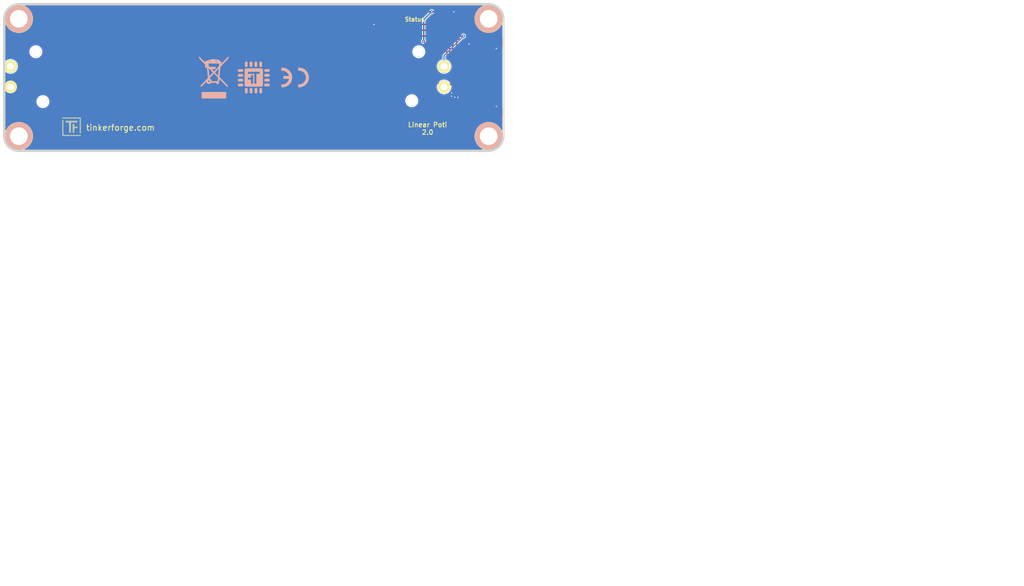
<source format=kicad_pcb>
(kicad_pcb (version 20221018) (generator pcbnew)
  (title_block (title "Linear Poti Bricklet") (date "2018-06-22") (rev "2.0") (company "Tinkerforge GmbH") (comment 1 "Licensed under CERN OHL v.1.1") (comment 2 "Copyright (©) 2018, L.Lauer <lukas@tinkerforge.com>"))
  (layers (0 "F.Cu" power "Vorderseite") (31 "B.Cu" signal "Rückseite") (34 "B.Paste" user) (35 "F.Paste" user) (36 "B.SilkS" user "B.Silkscreen") (37 "F.SilkS" user "F.Silkscreen") (38 "B.Mask" user) (39 "F.Mask" user) (44 "Edge.Cuts" user))
  (net 0 "")
  (net 1 "GND")
  (net 2 "IN_1")
  (net 3 "VCC")
  (net 4 "Net-(C1-Pad1)")
  (net 5 "Net-(D1-Pad2)")
  (net 6 "Net-(P1-Pad4)")
  (net 7 "Net-(P1-Pad5)")
  (net 8 "Net-(P1-Pad6)")
  (net 9 "Net-(P2-Pad1)")
  (net 10 "Net-(P3-Pad2)")
  (net 11 "Net-(R3-Pad1)")
  (net 12 "S-MISO")
  (net 13 "S-MOSI")
  (net 14 "S-CLK")
  (net 15 "S-CS")
  (footprint "kicad-libraries:F6005N" (layer "F.Cu") (at 147.5 78.86 180)
    (fp_text reference "RV1")
    (fp_text value "F6005N")
    (pad "" thru_hole circle (at -32.6009 4.24942 180) (size 1.69926 1.69926) (drill 1.69926) (layers "*.Cu" "*.Mask" "F.SilkS"))
    (pad "" thru_hole circle (at -31.39948 -4.09956 180) (size 1.69926 1.69926) (drill 1.69926) (layers "*.Cu" "*.Mask" "F.SilkS"))
    (pad "" thru_hole circle (at 31.39948 -4.24942 180) (size 1.69926 1.69926) (drill 1.69926) (layers "*.Cu" "*.Mask" "F.SilkS"))
    (pad "" thru_hole circle (at 32.6009 4.24942 180) (size 1.69926 1.69926) (drill 1.69926) (layers "*.Cu" "*.Mask" "F.SilkS"))
    (pad "" thru_hole circle (at 36.90112 1.75006 180) (size 2.19964 2.19964) (drill 1.19888) (layers "*.Cu" "*.Mask" "F.SilkS"))
    (pad "1" thru_hole circle (at -36.90112 -1.75006 180) (size 2.19964 2.19964) (drill 1.19888) (layers "*.Cu" "*.Mask" "F.SilkS") (net 3 "VCC"))
    (pad "2" thru_hole circle (at -36.90112 1.75006 180) (size 2.19964 2.19964) (drill 1.19888) (layers "*.Cu" "*.Mask" "F.SilkS") (net 2 "IN_1"))
    (pad "3" thru_hole circle (at 36.90112 -1.75006 180) (size 2.19964 2.19964) (drill 1.19888) (layers "*.Cu" "*.Mask" "F.SilkS") (net 1 "GND"))
  )
  (footprint "Logo_31x31" (layer "F.Cu") (at 119.40032 85.80374)
    (fp_text reference "Ref**" hide)
    (fp_text value "Val**" hide)
  )
  (footprint "Fiducial_Mark" (layer "F.Cu") (at 187.95238 67.97548)
    (fp_text reference "Fiducial_Mark" hide)
    (fp_text value "VAL**" hide)
    (pad "1" smd circle (at 0 0) (size 1.00076 1.00076) (layers "F.Cu" "F.Mask") (clearance 0.65024))
  )
  (footprint "Fiducial_Mark" (layer "F.Cu") (at 115.951 89.6747)
    (fp_text reference "Fiducial_Mark" hide)
    (fp_text value "VAL**" hide)
    (pad "1" smd circle (at 0 0) (size 1.00076 1.00076) (layers "F.Cu" "F.Mask") (clearance 0.65024))
  )
  (footprint "kicad-libraries:C0402F" (layer "F.Cu") (at 189.3 73.8 90)
    (fp_text reference "C1")
    (fp_text value "220pF")
    (pad "1" smd rect (at -0.5 0 90) (size 0.6 0.7) (layers "F.Cu" "F.Paste" "F.Mask") (net 4 "Net-(C1-Pad1)"))
    (pad "2" smd rect (at 0.5 0 90) (size 0.6 0.7) (layers "F.Cu" "F.Paste" "F.Mask") (net 1 "GND"))
  )
  (footprint "kicad-libraries:C0805" (layer "F.Cu") (at 187.9 80.9 -90)
    (fp_text reference "C3")
    (fp_text value "10uF")
    (pad "1" smd rect (at -1.00076 0 270) (size 1.00076 1.24968) (layers "F.Cu" "F.Paste" "F.Mask") (net 3 "VCC") (clearance 0.14986))
    (pad "2" smd rect (at 1.00076 0 270) (size 1.00076 1.24968) (layers "F.Cu" "F.Paste" "F.Mask") (net 1 "GND") (clearance 0.14986))
  )
  (footprint "kicad-libraries:C0603F" (layer "F.Cu") (at 186.4 80.9 -90)
    (fp_text reference "C4")
    (fp_text value "1uF")
    (pad "1" smd rect (at -0.75 0 270) (size 0.9 0.9) (layers "F.Cu" "F.Paste" "F.Mask") (net 3 "VCC"))
    (pad "2" smd rect (at 0.75 0 270) (size 0.9 0.9) (layers "F.Cu" "F.Paste" "F.Mask") (net 1 "GND"))
  )
  (footprint "kicad-libraries:C0603F" (layer "F.Cu") (at 184.6 67.8)
    (fp_text reference "C5")
    (fp_text value "100nF")
    (pad "1" smd rect (at -0.75 0) (size 0.9 0.9) (layers "F.Cu" "F.Paste" "F.Mask") (net 3 "VCC"))
    (pad "2" smd rect (at 0.75 0) (size 0.9 0.9) (layers "F.Cu" "F.Paste" "F.Mask") (net 1 "GND"))
  )
  (footprint "kicad-libraries:D0603F" (layer "F.Cu") (at 179.4 67.8 180)
    (fp_text reference "D1")
    (fp_text value "blue")
    (pad "1" smd rect (at -0.75 0 180) (size 0.9 0.9) (layers "F.Cu" "F.Paste" "F.Mask") (net 3 "VCC"))
    (pad "2" smd rect (at 0.75 0 180) (size 0.9 0.9) (layers "F.Cu" "F.Paste" "F.Mask") (net 5 "Net-(D1-Pad2)"))
  )
  (footprint "kicad-libraries:CON-SENSOR2" (layer "F.Cu") (at 194.5 79 90)
    (fp_text reference "P1")
    (fp_text value "CON-SENSOR2")
    (pad "1" smd rect (at -3.75 -4.6 90) (size 0.6 1.8) (layers "F.Cu" "F.Paste" "F.Mask"))
    (pad "2" smd rect (at -2.5 -4.6 90) (size 0.6 1.8) (layers "F.Cu" "F.Paste" "F.Mask") (net 1 "GND"))
    (pad "3" smd rect (at -1.25 -4.6 90) (size 0.6 1.8) (layers "F.Cu" "F.Paste" "F.Mask") (net 3 "VCC"))
    (pad "4" smd rect (at 0 -4.6 90) (size 0.6 1.8) (layers "F.Cu" "F.Paste" "F.Mask") (net 6 "Net-(P1-Pad4)"))
    (pad "5" smd rect (at 1.25 -4.6 90) (size 0.6 1.8) (layers "F.Cu" "F.Paste" "F.Mask") (net 7 "Net-(P1-Pad5)"))
    (pad "6" smd rect (at 2.5 -4.6 90) (size 0.6 1.8) (layers "F.Cu" "F.Paste" "F.Mask") (net 8 "Net-(P1-Pad6)"))
    (pad "7" smd rect (at 3.75 -4.6 90) (size 0.6 1.8) (layers "F.Cu" "F.Paste" "F.Mask") (net 4 "Net-(C1-Pad1)"))
    (pad "EP" smd rect (at -5.9 -1.2 90) (size 1.4 2.4) (layers "F.Cu" "F.Paste" "F.Mask") (net 1 "GND"))
    (pad "EP" smd rect (at 5.9 -1.2 90) (size 1.4 2.4) (layers "F.Cu" "F.Paste" "F.Mask") (net 1 "GND"))
  )
  (footprint "kicad-libraries:DEBUG_PAD" (layer "F.Cu") (at 179.42 70.88)
    (fp_text reference "P2")
    (fp_text value "DEBUG")
    (pad "1" smd circle (at 0 0) (size 0.7 0.7) (layers "F.Cu" "F.Paste" "F.Mask") (net 9 "Net-(P2-Pad1)"))
  )
  (footprint "kicad-libraries:SolderJumper" (layer "F.Cu") (at 172.7 68.99)
    (fp_text reference "P3")
    (fp_text value "BOOT")
    (pad "1" smd rect (at -0.5 0) (size 0.4 1.4) (layers "F.Cu" "F.Mask") (net 1 "GND"))
    (pad "1" smd rect (at -0.225 -0.55) (size 0.95 0.3) (layers "F.Cu" "F.Mask") (net 1 "GND"))
    (pad "1" smd rect (at -0.225 0.55) (size 0.95 0.3) (layers "F.Cu" "F.Mask") (net 1 "GND"))
    (pad "2" smd rect (at 0.15 0) (size 0.6 0.5) (layers "F.Cu" "F.Mask") (net 10 "Net-(P3-Pad2)"))
    (pad "2" smd rect (at 0.55 0) (size 0.3 1.4) (layers "F.Cu" "F.Mask") (net 10 "Net-(P3-Pad2)"))
  )
  (footprint "kicad-libraries:R0603F" (layer "F.Cu") (at 176.4 67.8)
    (fp_text reference "R3")
    (fp_text value "1k")
    (pad "1" smd rect (at -0.75 0) (size 0.9 0.9) (layers "F.Cu" "F.Paste" "F.Mask") (net 11 "Net-(R3-Pad1)"))
    (pad "2" smd rect (at 0.75 0) (size 0.9 0.9) (layers "F.Cu" "F.Paste" "F.Mask") (net 5 "Net-(D1-Pad2)"))
  )
  (footprint "kicad-libraries:4X0402" (layer "F.Cu") (at 187.12 75.22 90)
    (fp_text reference "RP1")
    (fp_text value "82")
    (pad "1" smd rect (at -0.7493 0.575 270) (size 0.29972 0.65) (layers "F.Cu" "F.Paste" "F.Mask") (net 6 "Net-(P1-Pad4)"))
    (pad "2" smd rect (at -0.24892 0.575 270) (size 0.29972 0.65) (layers "F.Cu" "F.Paste" "F.Mask") (net 7 "Net-(P1-Pad5)"))
    (pad "3" smd rect (at 0.24892 0.575 270) (size 0.29972 0.65) (layers "F.Cu" "F.Paste" "F.Mask") (net 8 "Net-(P1-Pad6)"))
    (pad "4" smd rect (at 0.7493 0.575 270) (size 0.29972 0.65) (layers "F.Cu" "F.Paste" "F.Mask") (net 4 "Net-(C1-Pad1)"))
    (pad "5" smd rect (at 0.7493 -0.575 90) (size 0.29972 0.65) (layers "F.Cu" "F.Paste" "F.Mask") (net 12 "S-MISO"))
    (pad "6" smd rect (at 0.24892 -0.575 90) (size 0.29972 0.65) (layers "F.Cu" "F.Paste" "F.Mask") (net 13 "S-MOSI"))
    (pad "7" smd rect (at -0.24892 -0.575 90) (size 0.29972 0.65) (layers "F.Cu" "F.Paste" "F.Mask") (net 14 "S-CLK"))
    (pad "8" smd rect (at -0.7493 -0.575 90) (size 0.29972 0.65) (layers "F.Cu" "F.Paste" "F.Mask") (net 15 "S-CS"))
  )
  (footprint "kicad-libraries:QFN24-4x4mm-0.5mm" (layer "F.Cu") (at 184.6 71.2 180)
    (fp_text reference "U1")
    (fp_text value "XMC1100")
    (pad "1" smd oval (at -2.025 -1.25 180) (size 1 0.3) (layers "F.Cu" "F.Paste" "F.Mask") (net 12 "S-MISO"))
    (pad "2" smd oval (at -2.025 -0.75 180) (size 1 0.3) (layers "F.Cu" "F.Paste" "F.Mask") (net 2 "IN_1"))
    (pad "3" smd oval (at -2.025 -0.25 180) (size 1 0.3) (layers "F.Cu" "F.Paste" "F.Mask"))
    (pad "4" smd oval (at -2.025 0.25 180) (size 1 0.3) (layers "F.Cu" "F.Paste" "F.Mask"))
    (pad "5" smd oval (at -2.025 0.75 180) (size 1 0.3) (layers "F.Cu" "F.Paste" "F.Mask"))
    (pad "6" smd oval (at -2.025 1.25 180) (size 1 0.3) (layers "F.Cu" "F.Paste" "F.Mask"))
    (pad "7" smd oval (at -1.25 2.025 270) (size 1 0.3) (layers "F.Cu" "F.Paste" "F.Mask"))
    (pad "8" smd oval (at -0.75 2.025 270) (size 1 0.3) (layers "F.Cu" "F.Paste" "F.Mask"))
    (pad "9" smd oval (at -0.25 2.025 270) (size 1 0.3) (layers "F.Cu" "F.Paste" "F.Mask") (net 1 "GND"))
    (pad "10" smd oval (at 0.25 2.025 270) (size 1 0.3) (layers "F.Cu" "F.Paste" "F.Mask") (net 3 "VCC"))
    (pad "11" smd oval (at 0.75 2.025 270) (size 1 0.3) (layers "F.Cu" "F.Paste" "F.Mask"))
    (pad "12" smd oval (at 1.25 2.025 270) (size 1 0.3) (layers "F.Cu" "F.Paste" "F.Mask"))
    (pad "13" smd oval (at 2.025 1.25 180) (size 1 0.3) (layers "F.Cu" "F.Paste" "F.Mask") (net 11 "Net-(R3-Pad1)"))
    (pad "14" smd oval (at 2.025 0.75 180) (size 1 0.3) (layers "F.Cu" "F.Paste" "F.Mask"))
    (pad "15" smd oval (at 2.025 0.25 180) (size 1 0.3) (layers "F.Cu" "F.Paste" "F.Mask") (net 9 "Net-(P2-Pad1)"))
    (pad "16" smd oval (at 2.025 -0.25 180) (size 1 0.3) (layers "F.Cu" "F.Paste" "F.Mask"))
    (pad "17" smd oval (at 2.025 -0.75 180) (size 1 0.3) (layers "F.Cu" "F.Paste" "F.Mask") (net 10 "Net-(P3-Pad2)"))
    (pad "18" smd oval (at 2.025 -1.25 180) (size 1 0.3) (layers "F.Cu" "F.Paste" "F.Mask"))
    (pad "19" smd oval (at 1.25 -2.025 270) (size 1 0.3) (layers "F.Cu" "F.Paste" "F.Mask"))
    (pad "20" smd oval (at 0.75 -2.025 270) (size 1 0.3) (layers "F.Cu" "F.Paste" "F.Mask"))
    (pad "21" smd oval (at 0.25 -2.025 270) (size 1 0.3) (layers "F.Cu" "F.Paste" "F.Mask"))
    (pad "22" smd oval (at -0.25 -2.025 270) (size 1 0.3) (layers "F.Cu" "F.Paste" "F.Mask") (net 15 "S-CS"))
    (pad "23" smd oval (at -0.75 -2.025 270) (size 1 0.3) (layers "F.Cu" "F.Paste" "F.Mask") (net 14 "S-CLK"))
    (pad "24" smd oval (at -1.25 -2.025 270) (size 1 0.3) (layers "F.Cu" "F.Paste" "F.Mask") (net 13 "S-MOSI"))
    (pad "EXP" smd rect (at -0.65 -0.65 180) (size 1.3 1.3) (layers "F.Cu" "F.Paste" "F.Mask") (net 1 "GND"))
    (pad "EXP" smd rect (at -0.65 0.65 180) (size 1.3 1.3) (layers "F.Cu" "F.Paste" "F.Mask") (net 1 "GND"))
    (pad "EXP" smd rect (at 0.65 -0.65 180) (size 1.3 1.3) (layers "F.Cu" "F.Paste" "F.Mask") (net 1 "GND"))
    (pad "EXP" smd rect (at 0.65 0.65 180) (size 1.3 1.3) (layers "F.Cu" "F.Paste" "F.Mask") (net 1 "GND"))
  )
  (footprint "kicad-libraries:DRILL_NP" (layer "F.Cu") (at 112 89)
    (fp_text reference "U3" hide)
    (fp_text value "DRILL" hide)
    (pad "" np_thru_hole circle (at 0 0) (size 2.99974 2.99974) (drill 2.99974) (layers "*.Cu" "*.Mask" "F.SilkS") (clearance 0.89916))
  )
  (footprint "kicad-libraries:DRILL_NP" (layer "F.Cu") (at 192 69)
    (fp_text reference "U4" hide)
    (fp_text value "DRILL" hide)
    (pad "" np_thru_hole circle (at 0 0) (size 2.99974 2.99974) (drill 2.99974) (layers "*.Cu" "*.Mask" "F.SilkS") (clearance 0.89916))
  )
  (footprint "kicad-libraries:DRILL_NP" (layer "F.Cu") (at 192 89 90)
    (fp_text reference "U5" hide)
    (fp_text value "DRILL" hide)
    (pad "" np_thru_hole circle (at 0 0 90) (size 2.99974 2.99974) (drill 2.99974) (layers "*.Cu" "*.Mask" "F.SilkS") (clearance 0.89916))
  )
  (footprint "kicad-libraries:DRILL_NP" (layer "F.Cu") (at 112 69)
    (fp_text reference "U6" hide)
    (fp_text value "DRILL" hide)
    (pad "" np_thru_hole circle (at 0 0) (size 2.99974 2.99974) (drill 2.99974) (layers "*.Cu" "*.Mask" "F.SilkS") (clearance 0.89916))
  )
  (footprint "kicad-libraries:WEEE_7mm" (layer "B.Cu") (at 145.2 79 180)
    (fp_text reference "VAL" hide)
    (fp_text value "WEEE_7mm" hide)
  )
  (footprint "kicad-libraries:CE_5mm" (layer "B.Cu") (at 159 79 180)
    (fp_text reference "VAL" hide)
    (fp_text value "CE_5mm" hide)
  )
  (footprint "kicad-libraries:Logo_CoMCU" (layer "B.Cu") (at 152 79 180)
    (fp_text reference "G***" hide)
    (fp_text value "LOGO" hide)
  )
  (gr_arc (start 109.5 69) (mid 110.232233 67.232233) (end 112 66.5) (stroke (width 0.381)) (layer "Edge.Cuts"))
  (gr_line (start 194.5 89) (end 194.5 69) (stroke (width 0.381)) (layer "Edge.Cuts"))
  (gr_line (start 109.5 69) (end 109.5 89) (stroke (width 0.381)) (layer "Edge.Cuts"))
  (gr_arc (start 194.5 89) (mid 193.767767 90.767767) (end 192 91.5) (stroke (width 0.381)) (layer "Edge.Cuts"))
  (gr_line (start 112 91.5) (end 192 91.5) (stroke (width 0.381)) (layer "Edge.Cuts"))
  (gr_arc (start 112 91.5) (mid 110.232233 90.767767) (end 109.5 89) (stroke (width 0.381)) (layer "Edge.Cuts"))
  (gr_line (start 192 66.5) (end 112 66.5) (stroke (width 0.381)) (layer "Edge.Cuts"))
  (gr_arc (start 192 66.5) (mid 193.767767 67.232233) (end 194.5 69) (stroke (width 0.381)) (layer "Edge.Cuts"))
  (gr_text "Linear Poti\n2.0" (at 181.6 87.7) (layer "F.SilkS") (effects (font (size 0.8 0.8))))
  (gr_text "Status" (at 179.4 69.1) (layer "F.SilkS") (effects (font (size 0.7 0.7))))
  (gr_text "tinkerforge.com" (at 129.30124 87.5538) (layer "F.SilkS") (effects (font (size 1.00076 1.00076) (thickness 0.14986))))
  (segment (start 188.9 81.5) (end 188.49924 81.90076) (width 0.55) (layer "F.Cu") (net 1))
  (segment (start 188.49924 81.90076) (end 187.9 81.90076) (width 0.55) (layer "F.Cu") (net 1))
  (segment (start 187.30076 81.90076) (end 187.05 81.65) (width 0.55) (layer "F.Cu") (net 1))
  (segment (start 187.05 81.65) (end 186.4 81.65) (width 0.55) (layer "F.Cu") (net 1))
  (segment (start 185.25 71.85) (end 185.25 70.55) (width 0.55) (layer "F.Cu") (net 1))
  (segment (start 185.25 70.55) (end 183.95 70.55) (width 0.55) (layer "F.Cu") (net 1))
  (segment (start 183.95 70.55) (end 183.95 71.85) (width 0.55) (layer "F.Cu") (net 1))
  (segment (start 184.85 68.58) (end 185.35 68.08) (width 0.25) (layer "F.Cu") (net 1))
  (segment (start 185.35 68.08) (end 185.35 67.8) (width 0.25) (layer "F.Cu") (net 1))
  (segment (start 186.78 82.38) (end 186.4 82) (width 0.55) (layer "F.Cu") (net 1))
  (segment (start 186.4 82.21) (end 186.23 82.38) (width 0.55) (layer "F.Cu") (net 1))
  (segment (start 186.22 81.65) (end 185.68 82.19) (width 0.55) (layer "F.Cu") (net 1))
  (segment (start 185.87 82.38) (end 185.68 82.19) (width 0.55) (layer "F.Cu") (net 1))
  (segment (start 185.7 81.65) (end 185.68 81.63) (width 0.55) (layer "F.Cu") (net 1))
  (segment (start 184.85 70.15) (end 185.25 70.55) (width 0.25) (layer "F.Cu") (net 1))
  (segment (start 172.475 69.975) (end 172.47 69.98) (width 0.25) (layer "F.Cu") (net 1))
  (segment (start 172.38 69.54) (end 172.18 69.34) (width 0.25) (layer "F.Cu") (net 1))
  (segment (start 172.18 69.34) (end 172.18 69.01) (width 0.25) (layer "F.Cu") (net 1))
  (segment (start 172.18 69.01) (end 172.2 68.99) (width 0.25) (layer "F.Cu") (net 1))
  (segment (start 172.2 68.56) (end 172.31 68.45) (width 0.25) (layer "F.Cu") (net 1))
  (segment (start 172.31 68.45) (end 172.55 68.45) (width 0.25) (layer "F.Cu") (net 1))
  (segment (start 172.55 68.45) (end 172.475 68.44) (width 0.25) (layer "F.Cu") (net 1))
  (segment (start 189.3 73.3) (end 188.67 73.3) (width 0.55) (layer "F.Cu") (net 1))
  (segment (start 185.68 82.19) (end 185.68 81.63) (width 0.55) (layer "F.Cu") (net 1))
  (segment (start 172.475 69.54) (end 172.38 69.54) (width 0.25) (layer "F.Cu") (net 1))
  (segment (start 186.23 82.38) (end 186.78 82.38) (width 0.55) (layer "F.Cu") (net 1))
  (segment (start 185.35 67.8) (end 186.08 67.8) (width 0.55) (layer "F.Cu") (net 1))
  (segment (start 172.2 68.99) (end 172.2 68.56) (width 0.25) (layer "F.Cu") (net 1))
  (segment (start 184.85 69.175) (end 184.85 68.58) (width 0.25) (layer "F.Cu") (net 1))
  (segment (start 186.4 81.65) (end 186.4 82) (width 0.55) (layer "F.Cu") (net 1))
  (segment (start 186.4 82.21) (end 186.4 81.65) (width 0.55) (layer "F.Cu") (net 1))
  (segment (start 189.9 81.5) (end 188.9 81.5) (width 0.55) (layer "F.Cu") (net 1))
  (segment (start 183.95 71.85) (end 185.25 71.85) (width 0.55) (layer "F.Cu") (net 1))
  (segment (start 193.3 73.1) (end 193.3 74.08) (width 0.55) (layer "F.Cu") (net 1))
  (segment (start 193.3 84.9) (end 193.3 83.92) (width 0.55) (layer "F.Cu") (net 1))
  (segment (start 185.7 81.65) (end 186.4 81.65) (width 0.55) (layer "F.Cu") (net 1))
  (segment (start 184.85 69.175) (end 184.85 70.15) (width 0.25) (layer "F.Cu") (net 1))
  (segment (start 187.9 81.90076) (end 187.30076 81.90076) (width 0.55) (layer "F.Cu") (net 1))
  (segment (start 172.475 69.54) (end 172.475 69.975) (width 0.25) (layer "F.Cu") (net 1))
  (segment (start 186.23 82.38) (end 185.87 82.38) (width 0.55) (layer "F.Cu") (net 1))
  (via (at 193.3 74.08) (size 0.55) (drill 0.2) (layers "F.Cu" "B.Cu") (net 1))
  (via (at 193.3 83.92) (size 0.55) (drill 0.2) (layers "F.Cu" "B.Cu") (net 1))
  (via (at 185.68 82.19) (size 0.55) (drill 0.2) (layers "F.Cu" "B.Cu") (net 1))
  (via (at 186.08 67.8) (size 0.55) (drill 0.2) (layers "F.Cu" "B.Cu") (net 1))
  (via (at 185.68 81.63) (size 0.55) (drill 0.2) (layers "F.Cu" "B.Cu") (net 1))
  (via (at 186.23 82.38) (size 0.55) (drill 0.2) (layers "F.Cu" "B.Cu") (net 1))
  (via (at 188.67 73.3) (size 0.55) (drill 0.2) (layers "F.Cu" "B.Cu") (net 1))
  (via (at 186.78 82.38) (size 0.55) (drill 0.2) (layers "F.Cu" "B.Cu") (net 1))
  (via (at 172.47 69.98) (size 0.55) (drill 0.2) (layers "F.Cu" "B.Cu") (net 1))
  (segment (start 187.71 71.95) (end 186.625 71.95) (width 0.2) (layer "F.Cu") (net 2))
  (via (at 187.71 71.95) (size 0.55) (drill 0.2) (layers "F.Cu" "B.Cu") (net 2))
  (segment (start 184.40112 75.25888) (end 187.71 71.95) (width 0.2) (layer "B.Cu") (net 2))
  (segment (start 184.40112 77.10994) (end 184.40112 75.25888) (width 0.2) (layer "B.Cu") (net 2))
  (segment (start 188.94 80.25) (end 188.58924 79.89924) (width 0.55) (layer "F.Cu") (net 3))
  (segment (start 188.58924 79.89924) (end 187.9 79.89924) (width 0.55) (layer "F.Cu") (net 3))
  (segment (start 187.20076 79.89924) (end 186.95 80.15) (width 0.55) (layer "F.Cu") (net 3))
  (segment (start 186.95 80.15) (end 186.4 80.15) (width 0.55) (layer "F.Cu") (net 3))
  (segment (start 184.35 68.63) (end 183.85 68.13) (width 0.25) (layer "F.Cu") (net 3))
  (segment (start 183.85 68.13) (end 183.85 67.8) (width 0.25) (layer "F.Cu") (net 3))
  (segment (start 184.86118 80.15) (end 184.40112 80.61006) (width 0.25) (layer "F.Cu") (net 3))
  (segment (start 184.08006 80.61006) (end 181.41 77.94) (width 0.25) (layer "F.Cu") (net 3))
  (segment (start 181.41 77.94) (end 181.41 73.35) (width 0.25) (layer "F.Cu") (net 3))
  (segment (start 181.41 73.35) (end 180.91 72.85) (width 0.25) (layer "F.Cu") (net 3))
  (segment (start 182.3 67.79) (end 182.3 67.8) (width 0.25) (layer "F.Cu") (net 3))
  (segment (start 182.3 67.8) (end 182.3 67.79) (width 0.25) (layer "F.Cu") (net 3))
  (segment (start 182.3 67.79) (end 182.3 67.8) (width 0.25) (layer "F.Cu") (net 3))
  (segment (start 182.3 67.8) (end 180.15 67.8) (width 0.25) (layer "F.Cu") (net 3))
  (segment (start 184.40112 80.61006) (end 184.08006 80.61006) (width 0.25) (layer "F.Cu") (net 3))
  (segment (start 189.9 80.25) (end 188.94 80.25) (width 0.55) (layer "F.Cu") (net 3))
  (segment (start 184.35 69.175) (end 184.35 68.63) (width 0.25) (layer "F.Cu") (net 3))
  (segment (start 183.85 67.8) (end 182.3 67.8) (width 0.25) (layer "F.Cu") (net 3))
  (segment (start 187.9 79.89924) (end 187.20076 79.89924) (width 0.55) (layer "F.Cu") (net 3))
  (segment (start 186.4 80.15) (end 184.86118 80.15) (width 0.25) (layer "F.Cu") (net 3))
  (via (at 180.91 72.85) (size 0.55) (drill 0.2) (layers "F.Cu" "B.Cu") (net 3))
  (via (at 182.3 67.79) (size 0.55) (drill 0.2) (layers "F.Cu" "B.Cu") (net 3))
  (segment (start 180.91 72.85) (end 180.94 72.82) (width 0.25) (layer "B.Cu") (net 3))
  (segment (start 180.94 72.82) (end 180.94 69.15) (width 0.25) (layer "B.Cu") (net 3))
  (segment (start 180.94 69.15) (end 182.3 67.79) (width 0.25) (layer "B.Cu") (net 3))
  (segment (start 189.65 75.25) (end 189.9 75.25) (width 0.2) (layer "F.Cu") (net 4))
  (segment (start 189.3 74.95) (end 189.6 75.25) (width 0.2) (layer "F.Cu") (net 4))
  (segment (start 189.6 75.25) (end 189.9 75.25) (width 0.2) (layer "F.Cu") (net 4))
  (segment (start 189.1493 74.4507) (end 189.3 74.3) (width 0.2) (layer "F.Cu") (net 4))
  (segment (start 187.875 74.4507) (end 189.1493 74.4507) (width 0.2) (layer "F.Cu") (net 4))
  (segment (start 189.3 74.3) (end 189.3 74.95) (width 0.2) (layer "F.Cu") (net 4))
  (segment (start 178.65 67.8) (end 177.15 67.8) (width 0.25) (layer "F.Cu") (net 5))
  (segment (start 187.695 77.825) (end 188.87 79) (width 0.2) (layer "F.Cu") (net 6))
  (segment (start 188.87 79) (end 189.9 79) (width 0.2) (layer "F.Cu") (net 6))
  (segment (start 187.695 75.9693) (end 187.695 77.825) (width 0.2) (layer "F.Cu") (net 6))
  (segment (start 188.088918 75.46892) (end 188.36 75.740002) (width 0.2) (layer "F.Cu") (net 7))
  (segment (start 188.36 75.740002) (end 188.36 77.16) (width 0.2) (layer "F.Cu") (net 7))
  (segment (start 188.36 77.16) (end 188.95 77.75) (width 0.2) (layer "F.Cu") (net 7))
  (segment (start 188.95 77.75) (end 189.9 77.75) (width 0.2) (layer "F.Cu") (net 7))
  (segment (start 187.695 75.46892) (end 188.088918 75.46892) (width 0.2) (layer "F.Cu") (net 7))
  (segment (start 189.36 76.5) (end 189.9 76.5) (width 0.2) (layer "F.Cu") (net 8))
  (segment (start 188.45108 74.97108) (end 188.72 75.24) (width 0.2) (layer "F.Cu") (net 8))
  (segment (start 188.72 75.24) (end 188.72 76.02) (width 0.2) (layer "F.Cu") (net 8))
  (segment (start 188.72 76.02) (end 189.2 76.5) (width 0.2) (layer "F.Cu") (net 8))
  (segment (start 189.2 76.5) (end 189.9 76.5) (width 0.2) (layer "F.Cu") (net 8))
  (segment (start 187.695 74.97108) (end 188.45108 74.97108) (width 0.2) (layer "F.Cu") (net 8))
  (segment (start 179.49 70.95) (end 179.42 70.88) (width 0.25) (layer "F.Cu") (net 9))
  (segment (start 182.575 70.95) (end 179.49 70.95) (width 0.25) (layer "F.Cu") (net 9))
  (segment (start 177.13 71.95) (end 174.17 68.99) (width 0.25) (layer "F.Cu") (net 10))
  (segment (start 174.17 68.99) (end 173.25 68.99) (width 0.25) (layer "F.Cu") (net 10))
  (segment (start 173.25 68.99) (end 172.85 68.99) (width 0.25) (layer "F.Cu") (net 10))
  (segment (start 182.575 71.95) (end 177.13 71.95) (width 0.25) (layer "F.Cu") (net 10))
  (segment (start 176.32 69.95) (end 175.65 69.28) (width 0.25) (layer "F.Cu") (net 11))
  (segment (start 175.65 69.28) (end 175.65 67.8) (width 0.25) (layer "F.Cu") (net 11))
  (segment (start 182.575 69.95) (end 176.32 69.95) (width 0.25) (layer "F.Cu") (net 11))
  (segment (start 186.545 72.53) (end 186.625 72.45) (width 0.2) (layer "F.Cu") (net 12))
  (segment (start 186.545 74.4707) (end 186.545 72.53) (width 0.2) (layer "F.Cu") (net 12))
  (segment (start 186.15108 74.97108) (end 185.85 74.67) (width 0.2) (layer "F.Cu") (net 13))
  (segment (start 185.85 74.67) (end 185.85 73.225) (width 0.2) (layer "F.Cu") (net 13))
  (segment (start 186.545 74.97108) (end 186.15108 74.97108) (width 0.2) (layer "F.Cu") (net 13))
  (segment (start 185.35 74.82) (end 185.99892 75.46892) (width 0.2) (layer "F.Cu") (net 14))
  (segment (start 185.99892 75.46892) (end 186.545 75.46892) (width 0.2) (layer "F.Cu") (net 14))
  (segment (start 185.35 73.225) (end 185.35 74.82) (width 0.2) (layer "F.Cu") (net 14))
  (segment (start 184.85 74.98) (end 185.8393 75.9693) (width 0.2) (layer "F.Cu") (net 15))
  (segment (start 185.8393 75.9693) (end 186.545 75.9693) (width 0.2) (layer "F.Cu") (net 15))
  (segment (start 184.85 73.225) (end 184.85 74.98) (width 0.2) (layer "F.Cu") (net 15))
  (zone (net 1) (net_name "GND") (layer "B.Cu") (connect_pads yes (clearance 0.15)) (min_thickness 0.15) (fill yes (thermal_gap 0.29972) (thermal_bridge_width 0.29972))
    (polygon (pts (xy 194.5 91.5) (xy 109.5 91.5) (xy 109.5 66.5) (xy 194.5 66.5)))
  )
)
</source>
